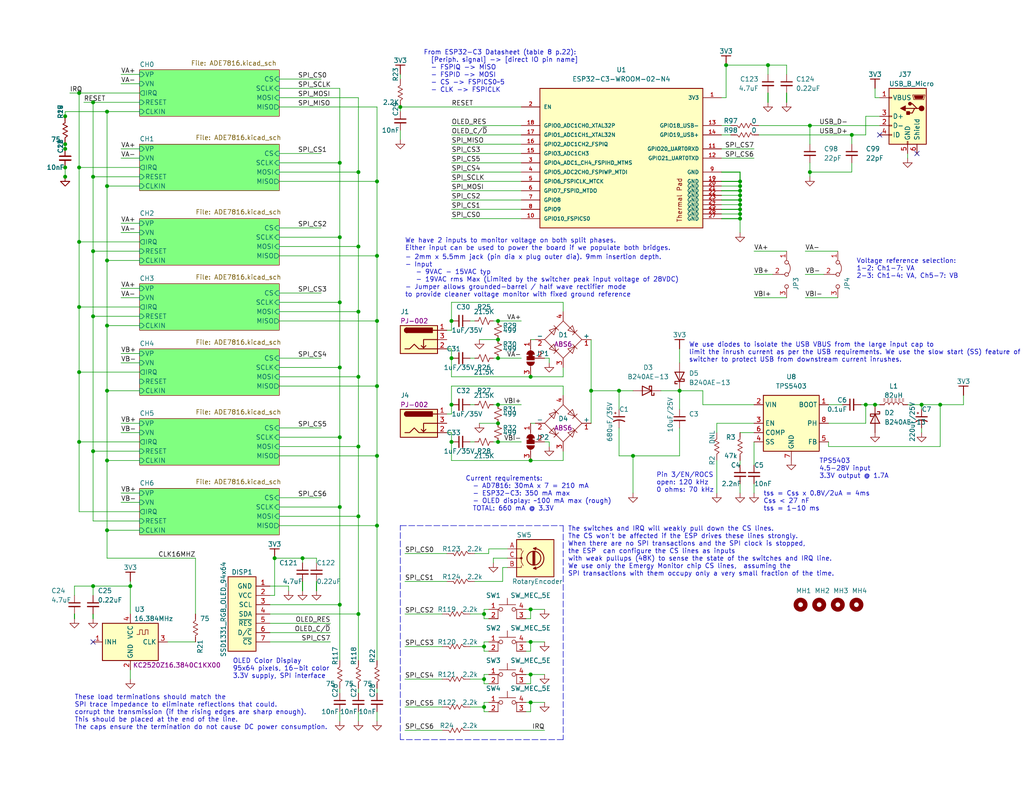
<source format=kicad_sch>
(kicad_sch (version 20211123) (generator eeschema)
  (paper "USLetter")
  (title_block (title "EMON36 - 36-channel single-board energy monitor") (rev "1.0") (company "JFCInc") (comment 1 "[Top] Processor, Power, Display,  Switches"))
  (junction (at 92.71 119.38))
  (junction (at 74.93 152.4))
  (junction (at 21.59 83.82))
  (junction (at 97.79 67.31))
  (junction (at 92.71 165.1))
  (junction (at 201.93 55.88))
  (junction (at 172.72 124.46))
  (junction (at 201.93 50.8))
  (junction (at 29.21 71.12))
  (junction (at 135.89 120.65))
  (junction (at 97.79 167.64))
  (junction (at 92.71 44.45))
  (junction (at 132.08 193.04))
  (junction (at 21.59 66.04))
  (junction (at 97.79 102.87))
  (junction (at 209.55 17.78))
  (junction (at 132.08 167.64))
  (junction (at 97.79 140.97))
  (junction (at 144.78 175.26))
  (junction (at 92.71 138.43))
  (junction (at 17.78 40.64))
  (junction (at 123.19 110.49))
  (junction (at 123.19 87.63))
  (junction (at 201.93 52.07))
  (junction (at 17.78 48.26))
  (junction (at 35.56 160.02))
  (junction (at 102.87 49.53))
  (junction (at 102.87 124.46))
  (junction (at 92.71 82.55))
  (junction (at 201.93 59.69))
  (junction (at 132.08 185.42))
  (junction (at 144.78 166.37))
  (junction (at 161.29 106.68))
  (junction (at 201.93 49.53))
  (junction (at 123.19 120.65))
  (junction (at 251.46 110.49))
  (junction (at 21.59 120.65))
  (junction (at 201.93 57.15))
  (junction (at 17.78 45.72))
  (junction (at 135.89 110.49))
  (junction (at 185.42 106.68))
  (junction (at 256.54 110.49))
  (junction (at 82.55 152.4))
  (junction (at 201.93 58.42))
  (junction (at 123.19 97.79))
  (junction (at 92.71 100.33))
  (junction (at 102.87 143.51))
  (junction (at 220.98 46.99))
  (junction (at 132.08 176.53))
  (junction (at 201.93 54.61))
  (junction (at 236.22 110.49))
  (junction (at 144.78 191.77))
  (junction (at 238.76 110.49))
  (junction (at 29.21 125.73))
  (junction (at 92.71 64.77))
  (junction (at 144.78 184.15))
  (junction (at 102.87 87.63))
  (junction (at 201.93 53.34))
  (junction (at 25.4 68.58))
  (junction (at 97.79 121.92))
  (junction (at 198.12 17.78))
  (junction (at 25.4 160.02))
  (junction (at 135.89 87.63))
  (junction (at 25.4 86.36))
  (junction (at 135.89 97.79))
  (junction (at 109.22 29.21))
  (junction (at 25.4 123.19))
  (junction (at 220.98 34.29))
  (junction (at 102.87 105.41))
  (junction (at 144.78 125.73))
  (junction (at 21.59 25.4))
  (junction (at 97.79 85.09))
  (junction (at 135.89 92.71))
  (junction (at 97.79 46.99))
  (junction (at 17.78 31.75))
  (junction (at 25.4 27.94))
  (junction (at 21.59 101.6))
  (junction (at 29.21 106.68))
  (junction (at 29.21 144.78))
  (junction (at 29.21 88.9))
  (junction (at 144.78 102.87))
  (junction (at 232.41 36.83))
  (junction (at 135.89 115.57))
  (junction (at 21.59 45.72))
  (junction (at 29.21 30.48))
  (junction (at 25.4 48.26))
  (junction (at 102.87 69.85))
  (junction (at 168.91 106.68))
  (junction (at 17.78 39.37))
  (junction (at 29.21 50.8))
  (no_connect (at 240.03 36.83))
  (no_connect (at 250.19 41.91))
  (no_connect (at 25.4 175.26))
  (wire (pts (xy 149.86 121.92) (xy 149.86 120.65)))
  (wire (pts (xy 196.85 49.53) (xy 201.93 49.53)) (stroke (width 0.254)))
  (wire (pts (xy 144.78 191.77) (xy 148.59 191.77)))
  (polyline (pts (xy 153.67 143.51) (xy 153.67 201.93)))
  (wire (pts (xy 76.2 69.85) (xy 102.87 69.85)))
  (wire (pts (xy 109.22 30.48) (xy 109.22 29.21)))
  (wire (pts (xy 121.92 90.17) (xy 123.19 90.17)))
  (wire (pts (xy 102.87 49.53) (xy 102.87 69.85)))
  (wire (pts (xy 92.71 165.1) (xy 92.71 180.34)))
  (wire (pts (xy 123.19 90.17) (xy 123.19 87.63)))
  (wire (pts (xy 219.71 81.28) (xy 228.6 81.28)))
  (wire (pts (xy 53.34 152.4) (xy 53.34 167.64)))
  (wire (pts (xy 207.01 36.83) (xy 232.41 36.83)))
  (wire (pts (xy 35.56 185.42) (xy 35.56 182.88)))
  (wire (pts (xy 132.08 166.37) (xy 132.08 167.64)))
  (wire (pts (xy 25.4 123.19) (xy 38.1 123.19)))
  (wire (pts (xy 92.71 194.31) (xy 92.71 196.85)))
  (wire (pts (xy 214.63 17.78) (xy 209.55 17.78)))
  (wire (pts (xy 138.43 154.94) (xy 137.16 154.94)))
  (wire (pts (xy 97.79 140.97) (xy 76.2 140.97)))
  (wire (pts (xy 78.74 160.02) (xy 78.74 161.29)))
  (wire (pts (xy 143.51 166.37) (xy 144.78 166.37)))
  (wire (pts (xy 92.71 187.96) (xy 92.71 189.23)))
  (wire (pts (xy 134.62 152.4) (xy 134.62 153.67)))
  (wire (pts (xy 149.86 120.65) (xy 148.59 120.65)))
  (wire (pts (xy 144.78 115.57) (xy 146.05 115.57)))
  (wire (pts (xy 92.71 119.38) (xy 76.2 119.38)))
  (wire (pts (xy 144.78 125.73) (xy 153.67 125.73)))
  (wire (pts (xy 76.2 105.41) (xy 102.87 105.41)))
  (polyline (pts (xy 109.22 143.51) (xy 109.22 143.51)))
  (wire (pts (xy 90.17 170.18) (xy 73.66 170.18)))
  (wire (pts (xy 21.59 45.72) (xy 21.59 66.04)))
  (wire (pts (xy 87.63 21.59) (xy 76.2 21.59)))
  (wire (pts (xy 97.79 26.67) (xy 76.2 26.67)))
  (wire (pts (xy 149.86 99.06) (xy 149.86 97.79)))
  (wire (pts (xy 38.1 134.62) (xy 33.02 134.62)))
  (wire (pts (xy 87.63 41.91) (xy 76.2 41.91)))
  (wire (pts (xy 132.08 175.26) (xy 132.08 176.53)))
  (wire (pts (xy 20.32 160.02) (xy 25.4 160.02)))
  (wire (pts (xy 121.92 113.03) (xy 123.19 113.03)))
  (wire (pts (xy 82.55 152.4) (xy 82.55 153.67)))
  (wire (pts (xy 110.49 199.39) (xy 120.65 199.39)))
  (wire (pts (xy 29.21 30.48) (xy 38.1 30.48)))
  (wire (pts (xy 97.79 46.99) (xy 76.2 46.99)))
  (wire (pts (xy 25.4 123.19) (xy 25.4 142.24)))
  (wire (pts (xy 143.51 194.31) (xy 144.78 194.31)))
  (wire (pts (xy 132.08 193.04) (xy 132.08 194.31)))
  (wire (pts (xy 92.71 100.33) (xy 76.2 100.33)))
  (wire (pts (xy 236.22 31.75) (xy 240.03 31.75)))
  (wire (pts (xy 38.1 20.32) (xy 33.02 20.32)))
  (wire (pts (xy 172.72 124.46) (xy 172.72 134.62)))
  (wire (pts (xy 82.55 152.4) (xy 86.36 152.4)))
  (wire (pts (xy 92.71 82.55) (xy 92.71 100.33)))
  (wire (pts (xy 29.21 125.73) (xy 29.21 144.78)))
  (wire (pts (xy 135.89 97.79) (xy 142.24 97.79)))
  (wire (pts (xy 132.08 168.91) (xy 133.35 168.91)))
  (wire (pts (xy 25.4 68.58) (xy 25.4 86.36)))
  (wire (pts (xy 109.22 29.21) (xy 142.24 29.21)))
  (wire (pts (xy 232.41 36.83) (xy 232.41 39.37)))
  (wire (pts (xy 198.12 26.67) (xy 196.85 26.67)))
  (wire (pts (xy 92.71 24.13) (xy 92.71 44.45)))
  (wire (pts (xy 92.71 44.45) (xy 92.71 64.77)))
  (wire (pts (xy 220.98 34.29) (xy 240.03 34.29)))
  (wire (pts (xy 25.4 168.91) (xy 25.4 167.64)) (stroke (width 0.254)))
  (wire (pts (xy 17.78 30.48) (xy 29.21 30.48)))
  (wire (pts (xy 123.19 118.11) (xy 123.19 120.65)))
  (wire (pts (xy 76.2 124.46) (xy 102.87 124.46)))
  (wire (pts (xy 102.87 143.51) (xy 102.87 180.34)))
  (wire (pts (xy 25.4 142.24) (xy 38.1 142.24)))
  (wire (pts (xy 21.59 83.82) (xy 21.59 101.6)))
  (wire (pts (xy 29.21 50.8) (xy 38.1 50.8)))
  (wire (pts (xy 87.63 135.89) (xy 76.2 135.89)))
  (wire (pts (xy 128.27 199.39) (xy 148.59 199.39)))
  (wire (pts (xy 143.51 191.77) (xy 144.78 191.77)))
  (wire (pts (xy 92.71 24.13) (xy 76.2 24.13)))
  (wire (pts (xy 153.67 82.55) (xy 153.67 85.09)))
  (wire (pts (xy 97.79 46.99) (xy 97.79 67.31)))
  (wire (pts (xy 128.27 97.79) (xy 129.54 97.79)))
  (wire (pts (xy 38.1 22.86) (xy 33.02 22.86)))
  (wire (pts (xy 256.54 110.49) (xy 256.54 121.92)))
  (wire (pts (xy 201.93 63.5) (xy 201.93 59.69)))
  (wire (pts (xy 92.71 119.38) (xy 92.71 138.43)))
  (wire (pts (xy 135.89 87.63) (xy 142.24 87.63)))
  (wire (pts (xy 21.59 66.04) (xy 21.59 83.82)))
  (wire (pts (xy 21.59 83.82) (xy 38.1 83.82)))
  (wire (pts (xy 38.1 43.18) (xy 33.02 43.18)))
  (wire (pts (xy 92.71 64.77) (xy 92.71 82.55)))
  (wire (pts (xy 29.21 50.8) (xy 29.21 71.12)))
  (wire (pts (xy 20.32 168.91) (xy 20.32 167.64)) (stroke (width 0.254)))
  (wire (pts (xy 87.63 116.84) (xy 76.2 116.84)))
  (wire (pts (xy 123.19 97.79) (xy 123.19 102.87)))
  (wire (pts (xy 214.63 17.78) (xy 214.63 20.32)))
  (wire (pts (xy 20.32 160.02) (xy 20.32 162.56)))
  (wire (pts (xy 236.22 110.49) (xy 238.76 110.49)))
  (wire (pts (xy 25.4 160.02) (xy 35.56 160.02)))
  (wire (pts (xy 123.19 57.15) (xy 142.24 57.15)))
  (wire (pts (xy 185.42 95.25) (xy 185.42 99.06)))
  (wire (pts (xy 123.19 120.65) (xy 123.19 125.73)))
  (wire (pts (xy 97.79 102.87) (xy 97.79 121.92)))
  (wire (pts (xy 168.91 106.68) (xy 172.72 106.68)))
  (wire (pts (xy 220.98 34.29) (xy 220.98 39.37)))
  (wire (pts (xy 143.51 184.15) (xy 144.78 184.15)))
  (wire (pts (xy 144.78 102.87) (xy 153.67 102.87)))
  (wire (pts (xy 21.59 66.04) (xy 38.1 66.04)))
  (wire (pts (xy 38.1 99.06) (xy 33.02 99.06)))
  (wire (pts (xy 251.46 110.49) (xy 251.46 111.76)))
  (wire (pts (xy 97.79 194.31) (xy 97.79 196.85)))
  (wire (pts (xy 143.51 177.8) (xy 144.78 177.8)))
  (wire (pts (xy 86.36 161.29) (xy 86.36 158.75)) (stroke (width 0.254)))
  (wire (pts (xy 207.01 34.29) (xy 220.98 34.29)))
  (wire (pts (xy 144.78 166.37) (xy 144.78 168.91)))
  (wire (pts (xy 144.78 191.77) (xy 144.78 194.31)))
  (wire (pts (xy 247.65 41.91) (xy 247.65 43.18)))
  (wire (pts (xy 132.08 177.8) (xy 133.35 177.8)))
  (wire (pts (xy 134.62 97.79) (xy 135.89 97.79)))
  (wire (pts (xy 21.59 101.6) (xy 21.59 120.65)))
  (wire (pts (xy 209.55 27.94) (xy 209.55 25.4)) (stroke (width 0.254)))
  (wire (pts (xy 226.06 121.92) (xy 226.06 120.65)))
  (wire (pts (xy 138.43 152.4) (xy 134.62 152.4)))
  (wire (pts (xy 220.98 46.99) (xy 220.98 48.26)))
  (wire (pts (xy 144.78 184.15) (xy 148.59 184.15)))
  (wire (pts (xy 128.27 185.42) (xy 132.08 185.42)))
  (wire (pts (xy 196.85 50.8) (xy 201.93 50.8)))
  (wire (pts (xy 123.19 41.91) (xy 142.24 41.91)))
  (wire (pts (xy 201.93 52.07) (xy 201.93 53.34)) (stroke (width 0.254)))
  (wire (pts (xy 121.92 95.25) (xy 123.19 95.25)))
  (wire (pts (xy 29.21 106.68) (xy 29.21 125.73)))
  (wire (pts (xy 123.19 34.29) (xy 142.24 34.29)))
  (wire (pts (xy 17.78 40.64) (xy 17.78 39.37)))
  (wire (pts (xy 205.74 74.93) (xy 210.82 74.93)))
  (wire (pts (xy 205.74 110.49) (xy 191.77 110.49)))
  (wire (pts (xy 97.79 121.92) (xy 97.79 140.97)))
  (wire (pts (xy 214.63 27.94) (xy 214.63 25.4)) (stroke (width 0.254)))
  (wire (pts (xy 74.93 152.4) (xy 74.93 162.56)))
  (wire (pts (xy 196.85 55.88) (xy 201.93 55.88)))
  (wire (pts (xy 110.49 151.13) (xy 121.92 151.13)))
  (wire (pts (xy 132.08 184.15) (xy 132.08 185.42)))
  (wire (pts (xy 161.29 106.68) (xy 168.91 106.68)))
  (wire (pts (xy 236.22 36.83) (xy 236.22 31.75)))
  (wire (pts (xy 196.85 57.15) (xy 201.93 57.15)) (stroke (width 0.254)))
  (wire (pts (xy 128.27 110.49) (xy 129.54 110.49)))
  (wire (pts (xy 220.98 46.99) (xy 232.41 46.99)))
  (wire (pts (xy 29.21 71.12) (xy 29.21 88.9)))
  (wire (pts (xy 25.4 68.58) (xy 38.1 68.58)))
  (wire (pts (xy 29.21 71.12) (xy 38.1 71.12)))
  (wire (pts (xy 21.59 120.65) (xy 38.1 120.65)))
  (wire (pts (xy 97.79 67.31) (xy 97.79 85.09)))
  (wire (pts (xy 198.12 17.78) (xy 198.12 26.67)))
  (wire (pts (xy 87.63 97.79) (xy 76.2 97.79)))
  (wire (pts (xy 25.4 86.36) (xy 38.1 86.36)))
  (wire (pts (xy 123.19 102.87) (xy 144.78 102.87)))
  (wire (pts (xy 168.91 106.68) (xy 168.91 111.76)))
  (wire (pts (xy 29.21 88.9) (xy 29.21 106.68)))
  (wire (pts (xy 82.55 161.29) (xy 82.55 158.75)) (stroke (width 0.254)))
  (wire (pts (xy 92.71 138.43) (xy 92.71 165.1)))
  (wire (pts (xy 196.85 52.07) (xy 201.93 52.07)) (stroke (width 0.254)))
  (wire (pts (xy 97.79 85.09) (xy 76.2 85.09)))
  (wire (pts (xy 205.74 68.58) (xy 214.63 68.58)))
  (wire (pts (xy 201.93 55.88) (xy 201.93 57.15)) (stroke (width 0.254)))
  (wire (pts (xy 161.29 115.57) (xy 161.29 106.68)))
  (wire (pts (xy 132.08 194.31) (xy 133.35 194.31)))
  (wire (pts (xy 123.19 82.55) (xy 153.67 82.55)))
  (wire (pts (xy 123.19 110.49) (xy 123.19 105.41)))
  (wire (pts (xy 130.81 92.71) (xy 135.89 92.71)))
  (wire (pts (xy 201.93 118.11) (xy 205.74 118.11)))
  (wire (pts (xy 123.19 46.99) (xy 142.24 46.99)))
  (wire (pts (xy 25.4 27.94) (xy 25.4 48.26)))
  (wire (pts (xy 86.36 152.4) (xy 86.36 153.67)))
  (wire (pts (xy 195.58 118.11) (xy 195.58 115.57)))
  (wire (pts (xy 19.05 25.4) (xy 21.59 25.4)))
  (wire (pts (xy 38.1 118.11) (xy 33.02 118.11)))
  (wire (pts (xy 134.62 110.49) (xy 135.89 110.49)))
  (wire (pts (xy 130.81 115.57) (xy 135.89 115.57)))
  (wire (pts (xy 29.21 144.78) (xy 29.21 152.4)))
  (wire (pts (xy 201.93 125.73) (xy 201.93 127)))
  (wire (pts (xy 73.66 162.56) (xy 74.93 162.56)))
  (wire (pts (xy 21.59 25.4) (xy 21.59 45.72)))
  (wire (pts (xy 196.85 34.29) (xy 199.39 34.29)))
  (wire (pts (xy 236.22 115.57) (xy 226.06 115.57)))
  (wire (pts (xy 134.62 87.63) (xy 135.89 87.63)))
  (wire (pts (xy 191.77 106.68) (xy 191.77 110.49)))
  (wire (pts (xy 21.59 120.65) (xy 21.59 139.7)))
  (wire (pts (xy 209.55 17.78) (xy 209.55 20.32)))
  (wire (pts (xy 128.27 167.64) (xy 132.08 167.64)))
  (wire (pts (xy 129.54 151.13) (xy 133.35 151.13)))
  (wire (pts (xy 133.35 175.26) (xy 132.08 175.26)))
  (wire (pts (xy 123.19 52.07) (xy 142.24 52.07)))
  (wire (pts (xy 76.2 87.63) (xy 102.87 87.63)))
  (wire (pts (xy 172.72 124.46) (xy 185.42 124.46)))
  (wire (pts (xy 76.2 29.21) (xy 102.87 29.21)))
  (wire (pts (xy 153.67 105.41) (xy 153.67 107.95)))
  (wire (pts (xy 219.71 74.93) (xy 224.79 74.93)))
  (wire (pts (xy 180.34 106.68) (xy 185.42 106.68)))
  (wire (pts (xy 196.85 58.42) (xy 201.93 58.42)))
  (wire (pts (xy 219.71 68.58) (xy 228.6 68.58)))
  (wire (pts (xy 256.54 110.49) (xy 262.89 110.49)))
  (wire (pts (xy 73.66 160.02) (xy 78.74 160.02)))
  (wire (pts (xy 251.46 110.49) (xy 256.54 110.49)))
  (wire (pts (xy 110.49 193.04) (xy 120.65 193.04)))
  (wire (pts (xy 29.21 125.73) (xy 38.1 125.73)))
  (wire (pts (xy 144.78 175.26) (xy 144.78 177.8)))
  (wire (pts (xy 135.89 120.65) (xy 142.24 120.65)))
  (wire (pts (xy 144.78 166.37) (xy 148.59 166.37)))
  (wire (pts (xy 201.93 49.53) (xy 201.93 50.8)) (stroke (width 0.254)))
  (wire (pts (xy 38.1 78.74) (xy 33.02 78.74)))
  (wire (pts (xy 92.71 64.77) (xy 76.2 64.77)))
  (wire (pts (xy 123.19 87.63) (xy 123.19 82.55)))
  (wire (pts (xy 35.56 158.75) (xy 35.56 160.02)))
  (wire (pts (xy 38.1 81.28) (xy 33.02 81.28)))
  (wire (pts (xy 97.79 85.09) (xy 97.79 102.87)))
  (wire (pts (xy 22.86 27.94) (xy 25.4 27.94)))
  (wire (pts (xy 168.91 116.84) (xy 168.91 124.46)))
  (wire (pts (xy 74.93 152.4) (xy 82.55 152.4)))
  (wire (pts (xy 201.93 46.99) (xy 201.93 49.53)) (stroke (width 0.254)))
  (wire (pts (xy 38.1 96.52) (xy 33.02 96.52)))
  (wire (pts (xy 90.17 175.26) (xy 73.66 175.26)))
  (wire (pts (xy 45.72 175.26) (xy 53.34 175.26)))
  (wire (pts (xy 123.19 36.83) (xy 142.24 36.83)))
  (wire (pts (xy 238.76 26.67) (xy 238.76 24.13)))
  (wire (pts (xy 168.91 124.46) (xy 172.72 124.46)))
  (wire (pts (xy 201.93 132.08) (xy 201.93 134.62)))
  (wire (pts (xy 73.66 167.64) (xy 97.79 167.64)))
  (wire (pts (xy 135.89 110.49) (xy 142.24 110.49)))
  (wire (pts (xy 110.49 176.53) (xy 120.65 176.53)))
  (wire (pts (xy 133.35 166.37) (xy 132.08 166.37)))
  (wire (pts (xy 102.87 29.21) (xy 102.87 49.53)))
  (wire (pts (xy 123.19 59.69) (xy 142.24 59.69)))
  (wire (pts (xy 123.19 39.37) (xy 142.24 39.37)))
  (wire (pts (xy 143.51 186.69) (xy 144.78 186.69)))
  (wire (pts (xy 123.19 44.45) (xy 142.24 44.45)))
  (wire (pts (xy 137.16 154.94) (xy 137.16 158.75)))
  (wire (pts (xy 234.95 110.49) (xy 236.22 110.49)))
  (wire (pts (xy 205.74 43.18) (xy 196.85 43.18)))
  (wire (pts (xy 205.74 40.64) (xy 196.85 40.64)))
  (wire (pts (xy 128.27 193.04) (xy 132.08 193.04)))
  (wire (pts (xy 29.21 30.48) (xy 29.21 50.8)))
  (wire (pts (xy 76.2 143.51) (xy 102.87 143.51)))
  (wire (pts (xy 205.74 120.65) (xy 205.74 127)))
  (wire (pts (xy 220.98 44.45) (xy 220.98 46.99)))
  (wire (pts (xy 133.35 191.77) (xy 132.08 191.77)))
  (wire (pts (xy 240.03 26.67) (xy 238.76 26.67)))
  (wire (pts (xy 25.4 48.26) (xy 25.4 68.58)))
  (wire (pts (xy 123.19 49.53) (xy 142.24 49.53)))
  (wire (pts (xy 205.74 81.28) (xy 214.63 81.28)))
  (wire (pts (xy 143.51 175.26) (xy 144.78 175.26)))
  (wire (pts (xy 123.19 105.41) (xy 153.67 105.41)))
  (wire (pts (xy 201.93 58.42) (xy 201.93 59.69)) (stroke (width 0.254)))
  (wire (pts (xy 97.79 167.64) (xy 97.79 180.34)))
  (wire (pts (xy 21.59 101.6) (xy 38.1 101.6)))
  (wire (pts (xy 38.1 115.57) (xy 33.02 115.57)))
  (wire (pts (xy 201.93 54.61) (xy 201.93 55.88)) (stroke (width 0.254)))
  (wire (pts (xy 97.79 140.97) (xy 97.79 167.64)))
  (wire (pts (xy 21.59 139.7) (xy 38.1 139.7)))
  (wire (pts (xy 185.42 106.68) (xy 185.42 111.76)))
  (wire (pts (xy 92.71 44.45) (xy 76.2 44.45)))
  (wire (pts (xy 144.78 184.15) (xy 144.78 186.69)))
  (wire (pts (xy 232.41 36.83) (xy 236.22 36.83)))
  (wire (pts (xy 153.67 100.33) (xy 153.67 102.87)))
  (wire (pts (xy 161.29 92.71) (xy 161.29 106.68)))
  (wire (pts (xy 185.42 106.68) (xy 191.77 106.68)))
  (wire (pts (xy 238.76 110.49) (xy 240.03 110.49)))
  (wire (pts (xy 38.1 137.16) (xy 33.02 137.16)))
  (wire (pts (xy 201.93 57.15) (xy 201.93 58.42)) (stroke (width 0.254)))
  (polyline (pts (xy 153.67 201.93) (xy 109.22 201.93)))
  (wire (pts (xy 133.35 149.86) (xy 133.35 151.13)))
  (wire (pts (xy 198.12 17.78) (xy 209.55 17.78)))
  (wire (pts (xy 123.19 95.25) (xy 123.19 97.79)))
  (wire (pts (xy 143.51 168.91) (xy 144.78 168.91)))
  (wire (pts (xy 129.54 158.75) (xy 137.16 158.75)))
  (wire (pts (xy 144.78 92.71) (xy 146.05 92.71)))
  (wire (pts (xy 29.21 106.68) (xy 38.1 106.68)))
  (wire (pts (xy 29.21 88.9) (xy 38.1 88.9)))
  (wire (pts (xy 102.87 105.41) (xy 102.87 124.46)))
  (wire (pts (xy 134.62 120.65) (xy 135.89 120.65)))
  (wire (pts (xy 97.79 121.92) (xy 76.2 121.92)))
  (wire (pts (xy 92.71 82.55) (xy 76.2 82.55)))
  (wire (pts (xy 97.79 102.87) (xy 76.2 102.87)))
  (wire (pts (xy 87.63 62.23) (xy 76.2 62.23)))
  (wire (pts (xy 38.1 40.64) (xy 33.02 40.64)))
  (wire (pts (xy 110.49 158.75) (xy 121.92 158.75)))
  (wire (pts (xy 102.87 124.46) (xy 102.87 143.51)))
  (wire (pts (xy 109.22 35.56) (xy 109.22 38.1)))
  (wire (pts (xy 25.4 48.26) (xy 38.1 48.26)))
  (wire (pts (xy 133.35 184.15) (xy 132.08 184.15)))
  (wire (pts (xy 196.85 36.83) (xy 199.39 36.83)))
  (wire (pts (xy 92.71 100.33) (xy 92.71 119.38)))
  (wire (pts (xy 256.54 121.92) (xy 226.06 121.92)))
  (wire (pts (xy 35.56 160.02) (xy 35.56 167.64)))
  (wire (pts (xy 25.4 160.02) (xy 25.4 162.56)))
  (wire (pts (xy 132.08 167.64) (xy 132.08 168.91)))
  (wire (pts (xy 109.22 21.59) (xy 109.22 20.32)))
  (wire (pts (xy 262.89 107.95) (xy 262.89 110.49)))
  (wire (pts (xy 185.42 116.84) (xy 185.42 124.46)))
  (wire (pts (xy 153.67 123.19) (xy 153.67 125.73)))
  (wire (pts (xy 110.49 185.42) (xy 120.65 185.42)))
  (wire (pts (xy 21.59 25.4) (xy 38.1 25.4)))
  (wire (pts (xy 102.87 194.31) (xy 102.87 196.85)))
  (wire (pts (xy 38.1 60.96) (xy 33.02 60.96)))
  (wire (pts (xy 128.27 176.53) (xy 132.08 176.53)))
  (wire (pts (xy 123.19 113.03) (xy 123.19 110.49)))
  (wire (pts (xy 201.93 50.8) (xy 201.93 52.07)) (stroke (width 0.254)))
  (wire (pts (xy 251.46 116.84) (xy 251.46 118.11)))
  (wire (pts (xy 21.59 45.72) (xy 38.1 45.72)))
  (wire (pts (xy 226.06 110.49) (xy 229.87 110.49)))
  (wire (pts (xy 110.49 167.64) (xy 120.65 167.64)))
  (polyline (pts (xy 109.22 201.93) (xy 109.22 143.51)))
  (wire (pts (xy 25.4 86.36) (xy 25.4 123.19)))
  (wire (pts (xy 123.19 125.73) (xy 144.78 125.73)))
  (wire (pts (xy 196.85 59.69) (xy 201.93 59.69)) (stroke (width 0.254)))
  (wire (pts (xy 196.85 54.61) (xy 201.93 54.61)) (stroke (width 0.254)))
  (wire (pts (xy 128.27 87.63) (xy 129.54 87.63)))
  (wire (pts (xy 90.17 172.72) (xy 73.66 172.72)))
  (wire (pts (xy 196.85 53.34) (xy 201.93 53.34)))
  (wire (pts (xy 132.08 191.77) (xy 132.08 193.04)))
  (wire (pts (xy 232.41 44.45) (xy 232.41 46.99)))
  (wire (pts (xy 121.92 118.11) (xy 123.19 118.11)))
  (wire (pts (xy 38.1 63.5) (xy 33.02 63.5)))
  (wire (pts (xy 247.65 110.49) (xy 251.46 110.49)))
  (wire (pts (xy 123.19 54.61) (xy 142.24 54.61)))
  (wire (pts (xy 128.27 120.65) (xy 129.54 120.65)))
  (wire (pts (xy 29.21 144.78) (xy 38.1 144.78)))
  (wire (pts (xy 195.58 115.57) (xy 205.74 115.57)))
  (wire (pts (xy 97.79 67.31) (xy 76.2 67.31)))
  (wire (pts (xy 196.85 46.99) (xy 201.93 46.99)) (stroke (width 0.254)))
  (wire (pts (xy 138.43 149.86) (xy 133.35 149.86)))
  (wire (pts (xy 144.78 175.26) (xy 148.59 175.26)))
  (wire (pts (xy 76.2 49.53) (xy 102.87 49.53)))
  (wire (pts (xy 97.79 189.23) (xy 97.79 187.96)))
  (wire (pts (xy 17.78 31.75) (xy 17.78 30.48)))
  (wire (pts (xy 73.66 165.1) (xy 92.71 165.1)))
  (wire (pts (xy 102.87 189.23) (xy 102.87 187.96)))
  (wire (pts (xy 29.21 152.4) (xy 53.34 152.4)))
  (wire (pts (xy 236.22 110.49) (xy 236.22 115.57)))
  (wire (pts (xy 25.4 27.94) (xy 38.1 27.94)))
  (wire (pts (xy 195.58 134.62) (xy 195.58 125.73)))
  (wire (pts (xy 102.87 87.63) (xy 102.87 105.41)))
  (polyline (pts (xy 109.22 143.51) (xy 153.67 143.51)))
  (wire (pts (xy 132.08 176.53) (xy 132.08 177.8)))
  (wire (pts (xy 132.08 185.42) (xy 132.08 186.69)))
  (wire (pts (xy 205.74 134.62) (xy 205.74 132.08)))
  (wire (pts (xy 149.86 97.79) (xy 148.59 97.79)))
  (wire (pts (xy 201.93 53.34) (xy 201.93 54.61)) (stroke (width 0.254)))
  (wire (pts (xy 92.71 138.43) (xy 76.2 138.43)))
  (wire (pts (xy 97.79 26.67) (xy 97.79 46.99)))
  (wire (pts (xy 102.87 69.85) (xy 102.87 87.63)))
  (wire (pts (xy 17.78 45.72) (xy 17.78 48.26)))
  (wire (pts (xy 132.08 186.69) (xy 133.35 186.69)))
  (wire (pts (xy 87.63 80.01) (xy 76.2 80.01)))
  (text "The switches and IRQ will weakly pull down the CS lines. \nThe CS won't be affected if the ESP drives these lines strongly. \nWhen there are no SPI transactions and the SPI clock is stopped, \nthe ESP  can configure the CS lines as inputs \nwith weak pullups (48K) to sense the state of the switches and IRQ line.\nWe use only the Emergy Monitor chip CS lines,  assuming the\nSPI transactions with them occupy only a very small fraction of the time.  \n" (at 154.94 157.48 0) (effects (font (size 1.27 1.27)) (justify left bottom)))
  (text "Current requirements:\n  - AD7816: 30mA x 7 = 210 mA\n  - ESP32-C3: 350 mA max\n  - OLED display: ~100 mA max (rough)\n  TOTAL: 660 mA @ 3.3V" (at 127 139.7 0) (effects (font (size 1.27 1.27)) (justify left bottom)))
  (text "tss = Css x 0.8V/2uA = 4ms\nCss < 27 nF\ntss = 1-10 ms\n" (at 208.28 139.7 0) (effects (font (size 1.27 1.27)) (justify left bottom)))
  (text "We use diodes to isolate the USB VBUS from the large input cap to \nlimit the inrush current as per the USB requirements. We use the slow start (SS) feature of the \nswitcher to protect USB from downstream current inrushes." (at 187.96 99.06 0) (effects (font (size 1.27 1.27)) (justify left bottom)))
  (text "We have 2 inputs to monitor voltage on both split phases.\nEither input can be used to power the board if we populate both bridges.\n" (at 110.49 68.58 0) (effects (font (size 1.27 1.27)) (justify left bottom)))
  (text "ToDo\n\n  - Add test points. Make all signals are accessible for patching.\n  - Check values and components for switcher\n     - Smaller dode\n   - Add maybe ferrite on AD7816.\n   - Select SPI line termination values. Compute cap values." (at -69.85 162.56 0) (effects (font (size 1.27 1.27)) (justify left bottom)))
  (text "OLED Color Display\n95x64 pixels, 16-bit color\n3.3V supply, SPI interface\n" (at 63.5 185.42 0) (effects (font (size 1.27 1.27)) (justify left bottom)))
  (text "Voltage reference selection:\n1-2: Ch1-7: VA  \n2-3: Ch1-4: VA, Ch5-7: VB  " (at 233.68 76.2 0) (effects (font (size 1.27 1.27)) (justify left bottom)))
  (text "From ESP32-C3 Datasheet (table 8 p.22):\n  [Periph. signal] -> [direct IO pin name] \n  - FSPIQ -> MISO \n  - FSPID -> MOSI\n  - CS -> FSPICS0~5\n  - CLK -> FSPICLK" (at 115.57 25.4 0) (effects (font (size 1.27 1.27)) (justify left bottom)))
  (text "TPS5403\n4.5-28V input\n3.3V output @ 1.7A" (at 223.52 130.81 0) (effects (font (size 1.27 1.27)) (justify left bottom)))
  (text "- 2mm x 5.5mm jack (pin dia x plug outer dia). 9mm insertion depth.\n- Input \n   - 9VAC - 15VAC typ\n   - 19VAC rms Max (Limited by the switcher peak input voltage of 28VDC)\n- Jumper allows grounded-barrel / half wave rectifier mode \nto provide cleaner voltage monitor with fixed ground reference" (at 110.49 81.28 0) (effects (font (size 1.27 1.27)) (justify left bottom)))
  (text "These load terminations should match the \nSPI trace impedance to eliminate reflections that could. \ncorrupt the transmission (if the rising edges are sharp enough).\nThis should be placed at the end of the line.\nThe caps ensure the termination do not cause DC power consumption. " (at 20.32 199.39 0) (effects (font (size 1.27 1.27)) (justify left bottom)))
  (text "Pin 3/EN/ROCS\nopen: 120 kHz\n0 ohms: 70 kHz" (at 179.07 134.62 0) (effects (font (size 1.27 1.27)) (justify left bottom)))
  (label "VA+" (at 33.02 78.74 0))
  (label "VB-" (at 33.02 137.16 0))
  (label "VB-" (at 33.02 118.11 0))
  (label "SPI_CS4" (at 81.28 97.79 0))
  (label "SPI_CS1" (at 123.19 57.15 0))
  (label "VA-" (at 142.24 97.79 180))
  (label "SPI_CS4" (at 110.49 185.42 0))
  (label "SPI_CS7" (at 90.17 175.26 180))
  (label "VB-" (at 219.71 74.93 0))
  (label "SPI_MISO" (at 81.28 29.21 0))
  (label "VB+" (at 33.02 115.57 0))
  (label "SPI_CS5" (at 110.49 193.04 0))
  (label "VA+" (at 205.74 68.58 0))
  (label "VA+" (at 142.24 87.63 180))
  (label "RESET" (at 22.86 27.94 0))
  (label "OLED_C{slash}~{D}" (at 123.19 36.83 0))
  (label "SPI_CS2" (at 81.28 62.23 0))
  (label "CLK16MHZ" (at 53.34 152.4 180))
  (label "VBI+" (at 205.74 81.28 0))
  (label "SPI_CS5" (at 81.28 116.84 0))
  (label "VA-" (at 33.02 63.5 0))
  (label "VA+" (at 33.02 20.32 0))
  (label "SPI_CS0" (at 81.28 21.59 0))
  (label "SPI_CS6" (at 110.49 199.39 0))
  (label "SPI_CS3" (at 123.19 41.91 0))
  (label "OLED_C{slash}~{D}" (at 90.17 172.72 180))
  (label "VA+" (at 33.02 60.96 0))
  (label "SPI_CS2" (at 123.19 54.61 0))
  (label "VA+" (at 33.02 40.64 0))
  (label "VB+" (at 33.02 96.52 0))
  (label "SPI_CS6" (at 205.74 43.18 180))
  (label "SPI_MISO" (at 123.19 39.37 0))
  (label "SPI_CS0" (at 110.49 151.13 0))
  (label "VA-" (at 33.02 81.28 0))
  (label "VA-" (at 219.71 68.58 0))
  (label "SPI_CS6" (at 81.28 135.89 0))
  (label "SPI_CS2" (at 110.49 167.64 0))
  (label "VA-" (at 33.02 22.86 0))
  (label "USB_D+" (at 223.52 36.83 0))
  (label "RESET" (at 123.19 29.21 0))
  (label "SPI_CS1" (at 110.49 158.75 0))
  (label "OLED_RES" (at 123.19 34.29 0))
  (label "IRQ" (at 148.59 199.39 180))
  (label "SPI_CS5" (at 123.19 44.45 0))
  (label "VB-" (at 33.02 99.06 0))
  (label "VBI-" (at 142.24 120.65 180))
  (label "SPI_CS4" (at 123.19 46.99 0))
  (label "IRQ" (at 19.05 25.4 0))
  (label "SPI_CS7" (at 205.74 40.64 180))
  (label "SPI_SCLK" (at 81.28 24.13 0))
  (label "VB+" (at 205.74 74.93 0))
  (label "SPI_CS0" (at 123.19 59.69 0))
  (label "SPI_MOSI" (at 123.19 52.07 0))
  (label "VA-" (at 33.02 43.18 0))
  (label "VBI-" (at 219.71 81.28 0))
  (label "SPI_CS3" (at 110.49 176.53 0))
  (label "USB_D-" (at 223.52 34.29 0))
  (label "VBI+" (at 142.24 110.49 180))
  (label "OLED_RES" (at 90.17 170.18 180))
  (label "SPI_CS1" (at 81.28 41.91 0))
  (label "VB+" (at 33.02 134.62 0))
  (label "SPI_SCLK" (at 123.19 49.53 0))
  (label "SPI_CS3" (at 81.28 80.01 0))
  (label "SPI_MOSI" (at 81.28 26.67 0))
  (symbol (lib_id "emon36:R_US") (at 124.46 176.53 90) (unit 1)
    (property "Reference" "R120" (at 121.92 175.26 90))
    (property "Value" "2.2k" (at 128.27 175.26 90))
    (property "Footprint" "Resistor_SMD:R_0603_1608Metric" (effects hide))
  )
  (symbol (lib_id "emon36:R_US") (at 124.46 193.04 90) (unit 1)
    (property "Reference" "R122" (at 121.92 191.77 90))
    (property "Value" "2.2k" (at 128.27 191.77 90))
    (property "Footprint" "Resistor_SMD:R_0603_1608Metric" (effects hide))
  )
  (symbol (lib_id "Top-altium-import:3V3") (at 109.22 20.32 180) (unit 1)
    (property "Reference" "#PWR0107" (effects hide))
    (property "Value" "3V3" (at 109.22 16.51 0))
  )
  (symbol (lib_id "power:GND") (at 201.93 63.5 0) (unit 1)
    (property "Reference" "#PWR09" (effects hide))
    (property "Value" "GND" (effects hide))
  )
  (symbol (lib_id "power:GND") (at 149.86 99.06 0) (unit 1)
    (property "Reference" "#PWR0112" (effects hide))
    (property "Value" "GND" (effects hide))
  )
  (symbol (lib_id "Device:R_Small_US") (at 135.89 118.11 0) (unit 1)
    (property "Reference" "R32" (at 137.16 116.84 0) (effects (justify left)))
    (property "Value" "499" (at 137.16 118.11 0) (effects (justify left)))
    (property "Footprint" "Resistor_SMD:R_0603_1608Metric" (effects hide))
  )
  (symbol (lib_id "Device:C_Small") (at 185.42 114.3 0) (unit 1)
    (property "Reference" "C3" (at 187.96 113.0362 0) (effects (justify left)))
    (property "Value" "10uF/25V" (at 182.88 118.11 90) (effects (justify left)))
    (property "Footprint" "Capacitor_SMD:C_0603_1608Metric" (effects hide))
  )
  (symbol (lib_id "Device:R_Small_US") (at 132.08 87.63 90) (unit 1)
    (property "Reference" "R25" (at 132.08 83.82 90))
    (property "Value" "21.5K" (at 132.08 85.09 90))
    (property "Footprint" "Resistor_SMD:R_0603_1608Metric" (effects hide))
  )
  (symbol (lib_id "power:GND") (at 17.78 48.26 0) (unit 1)
    (property "Reference" "#PWR0122" (effects hide))
    (property "Value" "GND" (effects hide))
  )
  (symbol (lib_id "power:GND") (at 205.74 134.62 0) (unit 1)
    (property "Reference" "#PWR07" (effects hide))
    (property "Value" "GND" (effects hide))
  )
  (symbol (lib_id "Device:RotaryEncoder") (at 146.05 152.4 0) (unit 1)
    (property "Reference" "SW5" (at 140.97 146.05 0) (effects (justify left)))
    (property "Value" "RotaryEncoder" (at 139.7 158.75 0) (effects (justify left)))
    (property "Footprint" "Rotary_Encoder:RotaryEncoder_Alps_EC12E_Vertical_H20mm" (effects hide))
  )
  (symbol (lib_id "power:GND") (at 130.81 92.71 0) (unit 1)
    (property "Reference" "#PWR0111" (effects hide))
    (property "Value" "GND" (effects hide))
  )
  (symbol (lib_id "power:GND") (at 149.86 121.92 0) (unit 1)
    (property "Reference" "#PWR0109" (effects hide))
    (property "Value" "GND" (effects hide))
  )
  (symbol (lib_id "Diode:B240") (at 176.53 106.68 180) (unit 1)
    (property "Reference" "D3" (at 176.8475 100.33 0))
    (property "Value" "B240AE-13" (at 176.8475 102.87 0))
    (property "Footprint" "Diode_SMD:D_SOD-123F" (effects hide))
    (property "Datasheet" "http://www.jameco.com/Jameco/Products/ProdDS/1538777.pdf" (effects hide))
    (property "MFR" "Diodes Inc" (effects hide))
    (property "MPN" "B240AE-13" (effects hide))
  )
  (symbol (lib_id "Device:R_Small_US") (at 135.89 90.17 0) (unit 1)
    (property "Reference" "R29" (at 137.16 88.9 0) (effects (justify left)))
    (property "Value" "499" (at 137.16 90.17 0) (effects (justify left)))
    (property "Footprint" "Resistor_SMD:R_0603_1608Metric" (effects hide))
  )
  (symbol (lib_id "Device:C_Small") (at 86.36 156.21 0) (unit 1)
    (property "Reference" "C122" (at 86.36 153.67 0) (effects (justify left)))
    (property "Value" "0.22uF" (at 86.36 158.75 0) (effects (justify left)))
    (property "Footprint" "Capacitor_SMD:C_0603_1608Metric" (effects hide))
  )
  (symbol (lib_id "Device:C_Small") (at 17.78 43.18 0) (unit 1)
    (property "Reference" "C18" (at 16.51 41.91 90) (effects (justify left)))
    (property "Value" "10nF" (at 12.7 45.72 0) (effects (justify left)))
    (property "Footprint" "Capacitor_SMD:C_0603_1608Metric" (effects hide))
  )
  (symbol (lib_id "Jumper:SolderJumper_3_Bridged12") (at 144.78 97.79 90) (mirror x) (unit 1)
    (property "Reference" "JP1" (at 149.86 96.52 90) (effects (justify left)))
    (property "Value" "SolderJumper_3_Bridged12" (effects hide))
    (property "Footprint" "Jumper:SolderJumper-3_P1.3mm_Bridged12_RoundedPad1.0x1.5mm" (effects hide))
  )
  (symbol (lib_id "power:GND") (at 109.22 38.1 0) (unit 1)
    (property "Reference" "#PWR0120" (effects hide))
    (property "Value" "GND" (effects hide))
  )
  (symbol (lib_id "power:GND") (at 25.4 168.91 0) (unit 1)
    (property "Reference" "#PWR0115" (effects hide))
    (property "Value" "GND" (effects hide))
  )
  (symbol (lib_id "emon36:R_US") (at 125.73 158.75 90) (unit 1)
    (property "Reference" "R124" (at 123.19 157.48 90))
    (property "Value" "2.2k" (at 129.54 157.48 90))
    (property "Footprint" "Resistor_SMD:R_0603_1608Metric" (effects hide))
  )
  (symbol (lib_id "Mechanical:MountingHole") (at 228.6 165.1 0) (unit 1)
    (property "Reference" "MH3" (at 227.33 161.29 0) (effects (justify left)))
    (property "Value" "MountingHole" (effects hide))
    (property "Footprint" "MountingHole:MountingHole_2.7mm_M2.5" (effects hide))
  )
  (symbol (lib_id "Device:C_Polarized_Small_US") (at 168.91 114.3 0) (unit 1)
    (property "Reference" "C1" (at 168.91 111.76 0) (effects (justify left)))
    (property "Value" "680uF/35V" (at 166.37 120.65 90) (effects (justify left)))
    (property "Footprint" "Capacitor_Tantalum_SMD:CP_EIA-1608-08_AVX-J" (effects hide))
  )
  (symbol (lib_id "emon36:SSD1331_RGB_OLED_94x64") (at 66.04 166.37 0) (unit 1)
    (property "Reference" "DISP1" (at 66.04 156.21 0))
    (property "Value" "SSD1331_RGB_OLED_94x64" (at 60.96 166.37 90))
    (property "Footprint" "emon36:SSD1331_RGB_OLED_96x64" (effects hide))
  )
  (symbol (lib_id "Jumper:SolderJumper_3_Bridged12") (at 144.78 120.65 90) (mirror x) (unit 1)
    (property "Reference" "JP2" (at 149.86 119.38 90) (effects (justify left)))
    (property "Value" "SolderJumper_3_Bridged12" (effects hide))
    (property "Footprint" "Jumper:SolderJumper-3_P1.3mm_Bridged12_RoundedPad1.0x1.5mm" (effects hide))
  )
  (symbol (lib_id "Top-altium-import:3V3") (at 74.93 152.4 180) (unit 1)
    (property "Reference" "#PWR02" (effects hide))
    (property "Value" "3V3" (at 74.93 148.59 0))
  )
  (symbol (lib_id "Top-altium-import:3V3") (at 262.89 107.95 180) (unit 1)
    (property "Reference" "#PWR014" (effects hide))
    (property "Value" "3V3" (at 262.89 104.14 0))
  )
  (symbol (lib_id "power:GND") (at 247.65 43.18 0) (unit 1)
    (property "Reference" "#PWR013" (effects hide))
    (property "Value" "GND" (effects hide))
  )
  (symbol (lib_id "Device:C_Polarized_Small_US") (at 251.46 114.3 0) (unit 1)
    (property "Reference" "C7" (at 251.46 111.76 0) (effects (justify left)))
    (property "Value" "220uF/25V" (at 248.92 120.65 90) (effects (justify left)))
    (property "Footprint" "Capacitor_Tantalum_SMD:CP_EIA-1608-08_AVX-J" (effects hide))
  )
  (symbol (lib_id "power:GND") (at 17.78 48.26 0) (unit 1)
    (property "Reference" "#PWR0121" (effects hide))
    (property "Value" "GND" (effects hide))
  )
  (symbol (lib_id "Top-altium-import:3V3") (at 185.42 95.25 180) (unit 1)
    (property "Reference" "#PWR0104" (effects hide))
    (property "Value" "VBUS" (at 185.42 91.44 0))
  )
  (symbol (lib_id "Device:C_Small") (at 97.79 191.77 0) (unit 1)
    (property "Reference" "C27" (at 96.52 190.5 90) (effects (justify left)))
    (property "Value" "10nF" (at 92.71 194.31 0) (effects (justify left)))
    (property "Footprint" "Capacitor_SMD:C_0603_1608Metric" (effects hide))
  )
  (symbol (lib_id "Mechanical:MountingHole") (at 218.44 165.1 0) (unit 1)
    (property "Reference" "MH1" (at 217.17 161.29 0) (effects (justify left)))
    (property "Value" "MountingHole" (effects hide))
    (property "Footprint" "MountingHole:MountingHole_2.7mm_M2.5" (effects hide))
  )
  (symbol (lib_id "power:GND") (at 97.79 196.85 0) (unit 1)
    (property "Reference" "#PWR0160" (effects hide))
    (property "Value" "GND" (effects hide))
  )
  (symbol (lib_id "Diode_Bridge:ABS6") (at 153.67 115.57 0) (unit 1)
    (property "Reference" "D4" (at 153.67 114.3 0))
    (property "Value" "ABS6" (effects hide))
    (property "Footprint" "Diode_SMD:Diode_Bridge_Diotec_ABS" (effects hide))
    (property "Datasheet" "https://diotec.com/tl_files/diotec/files/pdf/datasheets/abs2.pdf" (effects hide))
    (property "MPN" "ABS6" (at 153.67 116.84 0))
    (property "MFR" "Diotec" (effects hide))
  )
  (symbol (lib_id "power:GND") (at 148.59 191.77 0) (unit 1)
    (property "Reference" "#PWR0168" (effects hide))
    (property "Value" "GND" (effects hide))
  )
  (symbol (lib_id "Switch:SW_MEC_5E") (at 138.43 194.31 0) (unit 1)
    (property "Reference" "SW4" (at 134.62 187.96 0))
    (property "Value" "SW_MEC_5E" (at 144.78 187.96 0))
    (property "Footprint" "Button_Switch_SMD:SW_Push_1P1T_NO_6x6mm_H13mm" (effects hide))
    (property "Datasheet" "http://www.apem.com/int/index.php?controller=attachment&id_attachment=1371" (effects hide))
  )
  (symbol (lib_id "Device:C_Small") (at 232.41 41.91 0) (unit 1)
    (property "Reference" "C99" (at 236.22 40.6399 0) (effects (justify left)))
    (property "Value" "22pF" (at 236.22 43.1799 0) (effects (justify left)))
    (property "Footprint" "Capacitor_SMD:C_0603_1608Metric" (effects hide))
  )
  (symbol (lib_id "emon36:R_US") (at 92.71 184.15 0) (unit 1)
    (property "Reference" "R117" (at 91.44 179.07 90))
    (property "Value" "75" (at 90.17 186.69 0))
    (property "Footprint" "Resistor_SMD:R_0603_1608Metric" (effects hide))
  )
  (symbol (lib_id "Jumper:Jumper_3_Bridged12") (at 214.63 74.93 270) (unit 1)
    (property "Reference" "JP3" (at 217.17 77.47 0))
    (property "Value" "Jumper_3_Bridged12" (effects hide))
    (property "Footprint" "Connector_PinHeader_2.54mm:PinHeader_1x03_P2.54mm_Vertical" (effects hide))
  )
  (symbol (lib_id "power:GND") (at 82.55 161.29 0) (unit 1)
    (property "Reference" "#PWR0214" (effects hide))
    (property "Value" "GND" (effects hide))
  )
  (symbol (lib_id "power:GND") (at 102.87 196.85 0) (unit 1)
    (property "Reference" "#PWR0113" (effects hide))
    (property "Value" "GND" (effects hide))
  )
  (symbol (lib_id "Diode_Bridge:ABS6") (at 153.67 92.71 0) (unit 1)
    (property "Reference" "D1" (at 153.67 91.44 0))
    (property "Value" "ABS6" (effects hide))
    (property "Footprint" "Diode_SMD:Diode_Bridge_Diotec_ABS" (effects hide))
    (property "Datasheet" "https://diotec.com/tl_files/diotec/files/pdf/datasheets/abs2.pdf" (effects hide))
    (property "MPN" "ABS6" (at 153.67 93.98 0))
    (property "MFR" "Diotec" (effects hide))
  )
  (symbol (lib_id "Device:C_Small") (at 109.22 33.02 0) (unit 1)
    (property "Reference" "C29" (at 107.95 31.75 90) (effects (justify left)))
    (property "Value" "10nF" (at 104.14 35.56 0) (effects (justify left)))
    (property "Footprint" "Capacitor_SMD:C_0603_1608Metric" (effects hide))
  )
  (symbol (lib_id "power:GND") (at 148.59 184.15 0) (unit 1)
    (property "Reference" "#PWR0167" (effects hide))
    (property "Value" "GND" (effects hide))
  )
  (symbol (lib_id "Connector:Barrel_Jack_Switch") (at 114.3 115.57 0) (unit 1)
    (property "Reference" "J4" (at 110.49 107.95 0))
    (property "Value" "Barrel_Jack" (effects hide))
    (property "Footprint" "Connector_BarrelJack:BarrelJack_Horizontal" (effects hide))
    (property "MPN" "PJ-002" (at 113.03 110.49 0))
    (property "Distributor" "Digikey" (effects hide))
    (property "MFR" "CUI" (effects hide))
  )
  (symbol (lib_id "Device:C_Small") (at 220.98 41.91 0) (unit 1)
    (property "Reference" "C98" (at 224.79 40.6399 0) (effects (justify left)))
    (property "Value" "22pF" (at 224.79 43.18 0) (effects (justify left)))
    (property "Footprint" "Capacitor_SMD:C_0603_1608Metric" (effects hide))
  )
  (symbol (lib_id "emon36:R_US") (at 124.46 199.39 90) (unit 1)
    (property "Reference" "R24" (at 121.92 198.12 90))
    (property "Value" "2.2k" (at 128.27 198.12 90))
    (property "Footprint" "Resistor_SMD:R_0603_1608Metric" (effects hide))
  )
  (symbol (lib_id "Device:C_Small") (at 25.4 165.1 0) (unit 1)
    (property "Reference" "C25" (at 26.67 161.29 0) (effects (justify left)))
    (property "Value" "0.22uF" (at 26.67 163.83 0) (effects (justify left)))
    (property "Footprint" "Capacitor_SMD:C_0603_1608Metric" (effects hide))
  )
  (symbol (lib_id "Device:C_Small") (at 125.73 110.49 270) (unit 1)
    (property "Reference" "C32" (at 124.46 106.68 90) (effects (justify left)))
    (property "Value" "1uF/35V" (at 123.19 113.03 90) (effects (justify left)))
    (property "Footprint" "Capacitor_SMD:C_0603_1608Metric" (effects hide))
  )
  (symbol (lib_id "Device:C_Small") (at 82.55 156.21 0) (unit 1)
    (property "Reference" "C121" (at 81.28 153.67 0) (effects (justify right)))
    (property "Value" "4.7uF" (at 82.55 158.75 0) (effects (justify right)))
    (property "Footprint" "Capacitor_SMD:C_0603_1608Metric" (effects hide))
  )
  (symbol (lib_id "Regulator_Switching:TPS54233") (at 215.9 115.57 0) (unit 1)
    (property "Reference" "U8" (at 215.9 102.87 0))
    (property "Value" "TPS5403" (at 215.9 105.41 0))
    (property "Footprint" "Package_SO:SOIC-8_3.9x4.9mm_P1.27mm" (effects hide))
    (property "Datasheet" "http://www.ti.com/lit/ds/symlink/tps54233.pdf" (effects hide))
  )
  (symbol (lib_id "emon36:R_US") (at 109.22 25.4 0) (unit 1)
    (property "Reference" "R23" (at 107.95 20.32 90))
    (property "Value" "2.2K" (at 106.68 27.94 0))
    (property "Footprint" "Resistor_SMD:R_0603_1608Metric" (effects hide))
  )
  (symbol (lib_id "power:GND") (at 78.74 161.29 0) (unit 1)
    (property "Reference" "#PWR01" (effects hide))
    (property "Value" "GND" (effects hide))
  )
  (symbol (lib_id "Device:L_Ferrite") (at 243.84 110.49 90) (unit 1)
    (property "Reference" "L1" (at 243.84 105.41 90))
    (property "Value" "82uH" (at 243.84 107.95 90))
    (property "Footprint" "Inductor_SMD:L_Bourns_SRN8040TA" (effects hide))
    (property "MPN" "SRN8040TA-820M" (effects hide))
    (property "MFR" "Bourns" (effects hide))
  )
  (symbol (lib_id "power:GND") (at 209.55 27.94 0) (unit 1)
    (property "Reference" "#PWR0212" (effects hide))
    (property "Value" "GND" (effects hide))
  )
  (symbol (lib_id "power:GND") (at 238.76 118.11 0) (unit 1)
    (property "Reference" "#PWR011" (effects hide))
    (property "Value" "GND" (effects hide))
  )
  (symbol (lib_id "Switch:SW_MEC_5E") (at 138.43 177.8 0) (unit 1)
    (property "Reference" "SW2" (at 134.62 171.45 0))
    (property "Value" "SW_MEC_5E" (at 144.78 171.45 0))
    (property "Footprint" "Button_Switch_SMD:SW_Push_1P1T_NO_6x6mm_H13mm" (effects hide))
    (property "Datasheet" "http://www.apem.com/int/index.php?controller=attachment&id_attachment=1371" (effects hide))
  )
  (symbol (lib_id "Jumper:Jumper_3_Bridged12") (at 228.6 74.93 270) (unit 1)
    (property "Reference" "JP4" (at 231.14 77.47 0))
    (property "Value" "Jumper_3_Bridged12" (effects hide))
    (property "Footprint" "Connector_PinHeader_2.54mm:PinHeader_1x03_P2.54mm_Vertical" (effects hide))
  )
  (symbol (lib_id "Mechanical:MountingHole") (at 233.68 165.1 0) (unit 1)
    (property "Reference" "MH4" (at 232.41 161.29 0) (effects (justify left)))
    (property "Value" "MountingHole" (effects hide))
    (property "Footprint" "MountingHole:MountingHole_2.7mm_M2.5" (effects hide))
  )
  (symbol (lib_id "Device:R_Small_US") (at 132.08 110.49 90) (unit 1)
    (property "Reference" "R27" (at 132.08 106.68 90))
    (property "Value" "21.5K" (at 132.08 107.95 90))
    (property "Footprint" "Resistor_SMD:R_0603_1608Metric" (effects hide))
  )
  (symbol (lib_id "Switch:SW_MEC_5E") (at 138.43 186.69 0) (unit 1)
    (property "Reference" "SW3" (at 134.62 180.34 0))
    (property "Value" "SW_MEC_5E" (at 144.78 180.34 0))
    (property "Footprint" "Button_Switch_SMD:SW_Push_1P1T_NO_6x6mm_H13mm" (effects hide))
    (property "Datasheet" "http://www.apem.com/int/index.php?controller=attachment&id_attachment=1371" (effects hide))
  )
  (symbol (lib_id "emon36:R_US") (at 201.93 121.92 0) (unit 1)
    (property "Reference" "R3" (at 199.39 119.38 0))
    (property "Value" "47k" (at 199.39 124.46 0))
    (property "Footprint" "Resistor_SMD:R_0603_1608Metric" (effects hide))
  )
  (symbol (lib_id "Device:C_Small") (at 20.32 165.1 0) (unit 1)
    (property "Reference" "C24" (at 13.97 161.29 0) (effects (justify left)))
    (property "Value" "4.7uF" (at 13.97 163.83 0) (effects (justify left)))
    (property "Footprint" "Capacitor_SMD:C_0603_1608Metric" (effects hide))
  )
  (symbol (lib_id "Diode:B240") (at 238.76 114.3 270) (unit 1)
    (property "Reference" "D2" (at 241.3 112.7124 90) (effects (justify left)))
    (property "Value" "B240AE-13" (at 241.3 115.2524 90) (effects (justify left)))
    (property "Footprint" "Diode_SMD:D_SOD-123F" (effects hide))
    (property "Datasheet" "http://www.jameco.com/Jameco/Products/ProdDS/1538777.pdf" (effects hide))
    (property "MPN" "B240AE-13" (effects hide))
    (property "MFR" "Diodes Inc" (effects hide))
  )
  (symbol (lib_id "emon36:R_US") (at 203.2 34.29 270) (unit 1)
    (property "Reference" "R97" (at 199.39 33.02 90))
    (property "Value" "0" (at 205.74 33.02 90))
    (property "Footprint" "Resistor_SMD:R_0603_1608Metric" (effects hide))
  )
  (symbol (lib_id "emon36:R_US") (at 125.73 151.13 90) (unit 1)
    (property "Reference" "R123" (at 123.19 149.86 90))
    (property "Value" "2.2k" (at 129.54 149.86 90))
    (property "Footprint" "Resistor_SMD:R_0603_1608Metric" (effects hide))
  )
  (symbol (lib_id "power:GND") (at 17.78 48.26 0) (unit 1)
    (property "Reference" "#PWR0123" (effects hide))
    (property "Value" "GND" (effects hide))
  )
  (symbol (lib_id "emon36:R_US") (at 195.58 121.92 0) (unit 1)
    (property "Reference" "R2" (at 194.31 125.73 90))
    (property "Value" "DNL" (at 194.31 119.38 90))
    (property "Footprint" "Resistor_SMD:R_0603_1608Metric" (effects hide))
  )
  (symbol (lib_id "Device:C_Small") (at 125.73 97.79 90) (unit 1)
    (property "Reference" "C31" (at 125.73 95.25 90) (effects (justify left)))
    (property "Value" "1uF/35V" (at 129.54 100.33 90) (effects (justify left)))
    (property "Footprint" "Capacitor_SMD:C_0603_1608Metric" (effects hide))
  )
  (symbol (lib_id "power:GND") (at 35.56 185.42 0) (unit 1)
    (property "Reference" "#PWR0114" (effects hide))
    (property "Value" "GND" (effects hide))
  )
  (symbol (lib_id "Device:R_Small_US") (at 135.89 95.25 0) (unit 1)
    (property "Reference" "R30" (at 137.16 93.98 0) (effects (justify left)))
    (property "Value" "499" (at 137.16 95.25 0) (effects (justify left)))
    (property "Footprint" "Resistor_SMD:R_0603_1608Metric" (effects hide))
  )
  (symbol (lib_id "Mechanical:MountingHole") (at 223.52 165.1 0) (unit 1)
    (property "Reference" "MH2" (at 222.25 161.29 0) (effects (justify left)))
    (property "Value" "MountingHole" (effects hide))
    (property "Footprint" "MountingHole:MountingHole_2.7mm_M2.5" (effects hide))
  )
  (symbol (lib_id "power:GND") (at 134.62 153.67 0) (unit 1)
    (property "Reference" "#PWR0110" (effects hide))
    (property "Value" "GND" (effects hide))
  )
  (symbol (lib_id "power:GND") (at 214.63 27.94 0) (unit 1)
    (property "Reference" "#PWR0211" (effects hide))
    (property "Value" "GND" (effects hide))
  )
  (symbol (lib_id "emon36:R_US") (at 17.78 35.56 0) (unit 1)
    (property "Reference" "R17" (at 16.51 30.48 90))
    (property "Value" "75" (at 15.24 38.1 0))
    (property "Footprint" "Resistor_SMD:R_0603_1608Metric" (effects hide))
  )
  (symbol (lib_id "emon36:R_US") (at 102.87 184.15 0) (unit 1)
    (property "Reference" "R22" (at 101.6 179.07 90))
    (property "Value" "75" (at 100.33 186.69 0))
    (property "Footprint" "Resistor_SMD:R_0603_1608Metric" (effects hide))
  )
  (symbol (lib_id "emon36:R_US") (at 17.78 35.56 0) (unit 1)
    (property "Reference" "R18" (at 16.51 30.48 90))
    (property "Value" "75" (at 15.24 38.1 0))
    (property "Footprint" "Resistor_SMD:R_0603_1608Metric" (effects hide))
  )
  (symbol (lib_id "power:GND") (at 148.59 166.37 0) (unit 1)
    (property "Reference" "#PWR0161" (effects hide))
    (property "Value" "GND" (effects hide))
  )
  (symbol (lib_id "power:GND") (at 201.93 134.62 0) (unit 1)
    (property "Reference" "#PWR06" (effects hide))
    (property "Value" "GND" (effects hide))
  )
  (symbol (lib_id "Device:C_Small") (at 17.78 43.18 0) (unit 1)
    (property "Reference" "C21" (at 16.51 41.91 90) (effects (justify left)))
    (property "Value" "10nF" (at 12.7 45.72 0) (effects (justify left)))
    (property "Footprint" "Capacitor_SMD:C_0603_1608Metric" (effects hide))
  )
  (symbol (lib_id "emon36:R_US") (at 53.34 171.45 180) (unit 1)
    (property "Reference" "R21" (at 54.61 176.53 90))
    (property "Value" "75" (at 55.88 168.91 0))
    (property "Footprint" "Resistor_SMD:R_0603_1608Metric" (effects hide))
  )
  (symbol (lib_id "Top-altium-import:3V3") (at 198.12 17.78 180) (unit 1)
    (property "Reference" "#PWR0101" (effects hide))
    (property "Value" "3V3" (at 198.12 13.97 0))
  )
  (symbol (lib_id "power:GND") (at 215.9 125.73 0) (unit 1)
    (property "Reference" "#PWR08" (effects hide))
    (property "Value" "GND" (effects hide))
  )
  (symbol (lib_id "Device:C_Small") (at 92.71 191.77 0) (unit 1)
    (property "Reference" "C26" (at 91.44 190.5 90) (effects (justify left)))
    (property "Value" "10nF" (at 87.63 194.31 0) (effects (justify left)))
    (property "Footprint" "Capacitor_SMD:C_0603_1608Metric" (effects hide))
  )
  (symbol (lib_id "power:GND") (at 17.78 48.26 0) (unit 1)
    (property "Reference" "#PWR0124" (effects hide))
    (property "Value" "GND" (effects hide))
  )
  (symbol (lib_id "power:GND") (at 220.98 48.26 0) (unit 1)
    (property "Reference" "#PWR010" (effects hide))
    (property "Value" "GND" (effects hide))
  )
  (symbol (lib_id "power:GND") (at 130.81 115.57 0) (unit 1)
    (property "Reference" "#PWR03" (effects hide))
    (property "Value" "GND" (effects hide))
  )
  (symbol (lib_id "Device:C_Small") (at 232.41 110.49 90) (unit 1)
    (property "Reference" "C6" (at 231.14 109.22 90) (effects (justify left)))
    (property "Value" "0.1uF" (at 231.14 111.76 90) (effects (justify left)))
    (property "Footprint" "Capacitor_SMD:C_0603_1608Metric" (effects hide))
  )
  (symbol (lib_id "Oscillator:KC2520Z") (at 35.56 175.26 0) (unit 1)
    (property "Reference" "U3" (at 38.1 166.37 0))
    (property "Value" "16.384MHz" (at 41.91 168.91 0))
    (property "Footprint" "Oscillator:Oscillator_SMD_Kyocera_KC2520Z-4Pin_2.5x2.0mm" (effects hide))
    (property "Datasheet" "https://global.kyocera.com/prdct/electro/product/pdf/clock_z_xz_e.pdf" (effects hide))
    (property "MPN" "KC2520Z16.3840C1KX00" (at 48.26 181.61 0))
    (property "MFR" "Kyocera AVX" (effects hide))
  )
  (symbol (lib_id "Diode:B240") (at 185.42 102.87 90) (unit 1)
    (property "Reference" "D5" (at 187.96 101.9174 90) (effects (justify right)))
    (property "Value" "B240AE-13" (at 187.96 104.4574 90) (effects (justify right)))
    (property "Footprint" "Diode_SMD:D_SOD-123F" (effects hide))
    (property "Datasheet" "http://www.jameco.com/Jameco/Products/ProdDS/1538777.pdf" (effects hide))
    (property "MFR" "Diodes Inc" (effects hide))
    (property "MPN" "B240AE-13" (effects hide))
  )
  (symbol (lib_id "power:GND") (at 251.46 118.11 0) (unit 1)
    (property "Reference" "#PWR012" (effects hide))
    (property "Value" "GND" (effects hide))
  )
  (symbol (lib_id "Connector:Barrel_Jack_Switch") (at 114.3 92.71 0) (unit 1)
    (property "Reference" "J1" (at 110.49 85.09 0))
    (property "Value" "Barrel_Jack" (effects hide))
    (property "Footprint" "Connector_BarrelJack:BarrelJack_Horizontal" (effects hide))
    (property "MPN" "PJ-002" (at 113.03 87.63 0))
    (property "Distributor" "Digikey" (effects hide))
    (property "MFR" "CUI" (effects hide))
  )
  (symbol (lib_id "Device:R_Small_US") (at 132.08 97.79 90) (unit 1)
    (property "Reference" "R26" (at 132.08 100.33 90))
    (property "Value" "21.5K" (at 132.08 101.6 90))
    (property "Footprint" "Resistor_SMD:R_0603_1608Metric" (effects hide))
  )
  (symbol (lib_id "Device:C_Small") (at 214.63 22.86 0) (unit 1)
    (property "Reference" "C124" (at 217.17 21.5962 0) (effects (justify left)))
    (property "Value" "0.22uF" (at 217.17 24.1362 0) (effects (justify left)))
    (property "Footprint" "Capacitor_SMD:C_0603_1608Metric" (effects hide))
  )
  (symbol (lib_id "Device:R_Small_US") (at 135.89 113.03 0) (unit 1)
    (property "Reference" "R31" (at 137.16 111.76 0) (effects (justify left)))
    (property "Value" "499" (at 137.16 113.03 0) (effects (justify left)))
    (property "Footprint" "Resistor_SMD:R_0603_1608Metric" (effects hide))
  )
  (symbol (lib_id "Top-altium-import:3V3") (at 35.56 158.75 180) (unit 1)
    (property "Reference" "#PWR0119" (effects hide))
    (property "Value" "3V3" (at 35.56 154.94 0))
  )
  (symbol (lib_id "power:GND") (at 148.59 175.26 0) (unit 1)
    (property "Reference" "#PWR0166" (effects hide))
    (property "Value" "GND" (effects hide))
  )
  (symbol (lib_id "Top-altium-import:3V3") (at 238.76 24.13 180) (unit 1)
    (property "Reference" "#PWR0264" (effects hide))
    (property "Value" "VBUS" (at 238.76 20.32 0))
  )
  (symbol (lib_id "Device:C_Small") (at 125.73 120.65 90) (unit 1)
    (property "Reference" "C33" (at 125.73 118.11 90) (effects (justify left)))
    (property "Value" "1uF/35V" (at 129.54 123.19 90) (effects (justify left)))
    (property "Footprint" "Capacitor_SMD:C_0603_1608Metric" (effects hide))
  )
  (symbol (lib_id "Device:C_Small") (at 17.78 43.18 0) (unit 1)
    (property "Reference" "C22" (at 16.51 41.91 90) (effects (justify left)))
    (property "Value" "10nF" (at 12.7 45.72 0) (effects (justify left)))
    (property "Footprint" "Capacitor_SMD:C_0603_1608Metric" (effects hide))
  )
  (symbol (lib_id "emon36:R_US") (at 97.79 184.15 0) (unit 1)
    (property "Reference" "R118" (at 96.52 179.07 90))
    (property "Value" "75" (at 95.25 186.69 0))
    (property "Footprint" "Resistor_SMD:R_0603_1608Metric" (effects hide))
  )
  (symbol (lib_id "Device:R_Small_US") (at 132.08 120.65 90) (unit 1)
    (property "Reference" "R28" (at 132.08 123.19 90))
    (property "Value" "21.5K" (at 132.08 124.46 90))
    (property "Footprint" "Resistor_SMD:R_0603_1608Metric" (effects hide))
  )
  (symbol (lib_id "Device:C_Small") (at 201.93 129.54 0) (unit 1)
    (property "Reference" "C4" (at 199.39 127 0) (effects (justify left)))
    (property "Value" "2.2nF" (at 196.85 132.08 0) (effects (justify left)))
    (property "Footprint" "Capacitor_SMD:C_0603_1608Metric" (effects hide))
  )
  (symbol (lib_id "power:GND") (at 195.58 134.62 0) (unit 1)
    (property "Reference" "#PWR05" (effects hide))
    (property "Value" "GND" (effects hide))
  )
  (symbol (lib_id "emon36:R_US") (at 17.78 35.56 0) (unit 1)
    (property "Reference" "R19" (at 16.51 30.48 90))
    (property "Value" "75" (at 15.24 38.1 0))
    (property "Footprint" "Resistor_SMD:R_0603_1608Metric" (effects hide))
  )
  (symbol (lib_id "Device:C_Small") (at 102.87 191.77 0) (unit 1)
    (property "Reference" "C28" (at 101.6 190.5 90) (effects (justify left)))
    (property "Value" "10nF" (at 97.79 194.31 0) (effects (justify left)))
    (property "Footprint" "Capacitor_SMD:C_0603_1608Metric" (effects hide))
  )
  (symbol (lib_id "power:GND") (at 20.32 168.91 0) (unit 1)
    (property "Reference" "#PWR0117" (effects hide))
    (property "Value" "GND" (effects hide))
  )
  (symbol (lib_id "Device:C_Small") (at 205.74 129.54 0) (unit 1)
    (property "Reference" "C5" (at 205.74 127 0) (effects (justify left)))
    (property "Value" "10nF" (at 205.74 132.08 0) (effects (justify left)))
    (property "Footprint" "Capacitor_SMD:C_0603_1608Metric" (effects hide))
  )
  (symbol (lib_id "power:GND") (at 92.71 196.85 0) (unit 1)
    (property "Reference" "#PWR0159" (effects hide))
    (property "Value" "GND" (effects hide))
  )
  (symbol (lib_id "Device:C_Small") (at 209.55 22.86 0) (unit 1)
    (property "Reference" "C123" (at 207.01 21.5962 0) (effects (justify right)))
    (property "Value" "4.7uF" (at 207.01 24.1362 0) (effects (justify right)))
    (property "Footprint" "Capacitor_SMD:C_0603_1608Metric" (effects hide))
  )
  (symbol (lib_id "emon36:R_US") (at 124.46 185.42 90) (unit 1)
    (property "Reference" "R121" (at 121.92 184.15 90))
    (property "Value" "2.2k" (at 128.27 184.15 90))
    (property "Footprint" "Resistor_SMD:R_0603_1608Metric" (effects hide))
  )
  (symbol (lib_id "power:GND") (at 172.72 134.62 0) (unit 1)
    (property "Reference" "#PWR04" (effects hide))
    (property "Value" "GND" (effects hide))
  )
  (symbol (lib_id "Device:C_Small") (at 17.78 43.18 0) (unit 1)
    (property "Reference" "C23" (at 16.51 41.91 90) (effects (justify left)))
    (property "Value" "10nF" (at 12.7 45.72 0) (effects (justify left)))
    (property "Footprint" "Capacitor_SMD:C_0603_1608Metric" (effects hide))
  )
  (symbol (lib_id "emon36:R_US") (at 17.78 35.56 0) (unit 1)
    (property "Reference" "R20" (at 16.51 30.48 90))
    (property "Value" "75" (at 15.24 38.1 0))
    (property "Footprint" "Resistor_SMD:R_0603_1608Metric" (effects hide))
  )
  (symbol (lib_id "emon36:ESP32-C3-WROOM-02-N4") (at 172.72 44.45 0) (unit 1)
    (property "Reference" "U1" (at 169.545 19.05 0))
    (property "Value" "ESP32-C3-WROOM-02-N4" (at 169.545 21.59 0))
    (property "Footprint" "emon36:MODULE_ESP32-C3-WROOM-02-H4" (effects hide))
    (property "MP" "ESP32-C3-WROOM-02-H4" (effects hide))
    (property "PACKAGE" "Package" (effects hide))
    (property "PURCHASE-URL" "https://pricing.snapeda.com/search/part/ESP32-C3-WROOM-02-H4/?ref=eda" (effects hide))
    (property "PRICE" "None" (effects hide))
    (property "DESCRIPTION" "WiFi Modules (802.11) (Engineering Samples) SMD module, ESP32-C3, 4MB SPI flash, PCB antenna, -40 C +105 C" (effects hide))
    (property "MF" "Espressif Systems" (effects hide))
    (property "AVAILABILITY" "In Stock" (effects hide))
    (property "MFR" "Espressif Systems" (effects hide))
    (property "MPN" "ESP32-C3-WROOM-02-H4" (effects hide))
  )
  (symbol (lib_id "Switch:SW_MEC_5E") (at 138.43 168.91 0) (unit 1)
    (property "Reference" "SW1" (at 134.62 162.56 0))
    (property "Value" "SW_MEC_5E" (at 144.78 162.56 0))
    (property "Footprint" "Button_Switch_SMD:SW_Push_1P1T_NO_6x6mm_H13mm" (effects hide))
    (property "Datasheet" "http://www.apem.com/int/index.php?controller=attachment&id_attachment=1371" (effects hide))
  )
  (symbol (lib_id "power:GND") (at 86.36 161.29 0) (unit 1)
    (property "Reference" "#PWR0213" (effects hide))
    (property "Value" "GND" (effects hide))
  )
  (symbol (lib_id "Device:C_Small") (at 125.73 87.63 270) (unit 1)
    (property "Reference" "C30" (at 124.46 83.82 90) (effects (justify left)))
    (property "Value" "1uF/35V" (at 123.19 90.17 90) (effects (justify left)))
    (property "Footprint" "Capacitor_SMD:C_0603_1608Metric" (effects hide))
  )
  (symbol (lib_id "emon36:R_US") (at 124.46 167.64 90) (unit 1)
    (property "Reference" "R119" (at 121.92 166.37 90))
    (property "Value" "2.2k" (at 128.27 166.37 90))
    (property "Footprint" "Resistor_SMD:R_0603_1608Metric" (effects hide))
  )
  (symbol (lib_id "emon36:R_US") (at 203.2 36.83 270) (unit 1)
    (property "Reference" "R98" (at 199.39 35.56 90))
    (property "Value" "0" (at 205.74 35.56 90))
    (property "Footprint" "Resistor_SMD:R_0603_1608Metric" (effects hide))
  )
  (symbol (lib_id "Connector:USB_B_Micro") (at 247.65 31.75 0) (mirror y) (unit 1)
    (property "Reference" "J37" (at 245.11 20.32 0) (effects (justify right)))
    (property "Value" "USB_B_Micro" (at 242.57 22.86 0) (effects (justify right)))
    (property "Footprint" "Connector_USB:USB_Micro-B_Wuerth_629105150521" (effects hide))
  )
  (sheet (at 38.1 39.37) (size 38.1 12.7) (stroke (width 0) (color 128 0 0 1)) (fill (color 128 255 128 1.0000))
    (property "Sheet name" "CH1" (at 38.1 38.6584 0) (effects (justify left bottom)))
    (property "Sheet file" "ADE7816.kicad_sch" (at 53.34 36.83 0) (effects (justify left top)))
    (pin "SCLK" input (at 76.2 44.45 0))
    (pin "MISO" output (at 76.2 49.53 0))
    (pin "MOSI" input (at 76.2 46.99 0))
    (pin "CS" input (at 76.2 41.91 0))
    (pin "CLKIN" input (at 38.1 50.8 180))
    (pin "IRQ" output (at 38.1 45.72 180))
    (pin "RESET" input (at 38.1 48.26 180))
    (pin "VP" input (at 38.1 40.64 180))
    (pin "VN" input (at 38.1 43.18 180))
  )
  (sheet (at 38.1 133.35) (size 38.1 12.7) (stroke (width 0) (color 128 0 0 1)) (fill (color 128 255 128 1.0000))
    (property "Sheet name" "CH6" (at 38.1 132.6384 0) (effects (justify left bottom)))
    (property "Sheet file" "ADE7816.kicad_sch" (at 53.34 130.81 0) (effects (justify left top)))
    (pin "SCLK" input (at 76.2 138.43 0))
    (pin "MISO" output (at 76.2 143.51 0))
    (pin "MOSI" input (at 76.2 140.97 0))
    (pin "CS" input (at 76.2 135.89 0))
    (pin "CLKIN" input (at 38.1 144.78 180))
    (pin "IRQ" output (at 38.1 139.7 180))
    (pin "RESET" input (at 38.1 142.24 180))
    (pin "VP" input (at 38.1 134.62 180))
    (pin "VN" input (at 38.1 137.16 180))
  )
  (sheet (at 38.1 59.69) (size 38.1 12.7) (stroke (width 0) (color 128 0 0 1)) (fill (color 128 255 128 1.0000))
    (property "Sheet name" "CH2" (at 38.1 58.9784 0) (effects (justify left bottom)))
    (property "Sheet file" "ADE7816.kicad_sch" (at 53.34 57.15 0) (effects (justify left top)))
    (pin "SCLK" input (at 76.2 64.77 0))
    (pin "MISO" output (at 76.2 69.85 0))
    (pin "MOSI" input (at 76.2 67.31 0))
    (pin "CS" input (at 76.2 62.23 0))
    (pin "CLKIN" input (at 38.1 71.12 180))
    (pin "IRQ" output (at 38.1 66.04 180))
    (pin "RESET" input (at 38.1 68.58 180))
    (pin "VP" input (at 38.1 60.96 180))
    (pin "VN" input (at 38.1 63.5 180))
  )
  (sheet (at 38.1 77.47) (size 38.1 12.7) (stroke (width 0) (color 128 0 0 1)) (fill (color 128 255 128 1.0000))
    (property "Sheet name" "CH3" (at 38.1 76.7584 0) (effects (justify left bottom)))
    (property "Sheet file" "ADE7816.kicad_sch" (at 53.34 74.93 0) (effects (justify left top)))
    (pin "SCLK" input (at 76.2 82.55 0))
    (pin "MISO" output (at 76.2 87.63 0))
    (pin "MOSI" input (at 76.2 85.09 0))
    (pin "CS" input (at 76.2 80.01 0))
    (pin "CLKIN" input (at 38.1 88.9 180))
    (pin "IRQ" output (at 38.1 83.82 180))
    (pin "RESET" input (at 38.1 86.36 180))
    (pin "VP" input (at 38.1 78.74 180))
    (pin "VN" input (at 38.1 81.28 180))
  )
  (sheet (at 38.1 19.05) (size 38.1 12.7) (stroke (width 0) (color 128 0 0 1)) (fill (color 128 255 128 1.0000))
    (property "Sheet name" "CH0" (at 38.1 18.3384 0) (effects (justify left bottom)))
    (property "Sheet file" "ADE7816.kicad_sch" (at 52.07 16.51 0) (effects (justify left top)))
    (pin "SCLK" input (at 76.2 24.13 0))
    (pin "MISO" output (at 76.2 29.21 0))
    (pin "MOSI" input (at 76.2 26.67 0))
    (pin "CS" input (at 76.2 21.59 0))
    (pin "CLKIN" input (at 38.1 30.48 180))
    (pin "IRQ" output (at 38.1 25.4 180))
    (pin "RESET" input (at 38.1 27.94 180))
    (pin "VP" input (at 38.1 20.32 180))
    (pin "VN" input (at 38.1 22.86 180))
  )
  (sheet (at 38.1 95.25) (size 38.1 12.7) (stroke (width 0) (color 128 0 0 1)) (fill (color 128 255 128 1.0000))
    (property "Sheet name" "CH4" (at 38.1 94.5384 0) (effects (justify left bottom)))
    (property "Sheet file" "ADE7816.kicad_sch" (at 53.34 92.71 0) (effects (justify left top)))
    (pin "SCLK" input (at 76.2 100.33 0))
    (pin "MISO" output (at 76.2 105.41 0))
    (pin "MOSI" input (at 76.2 102.87 0))
    (pin "CS" input (at 76.2 97.79 0))
    (pin "CLKIN" input (at 38.1 106.68 180))
    (pin "IRQ" output (at 38.1 101.6 180))
    (pin "RESET" input (at 38.1 104.14 180))
    (pin "VP" input (at 38.1 96.52 180))
    (pin "VN" input (at 38.1 99.06 180))
  )
  (sheet (at 38.1 114.3) (size 38.1 12.7) (stroke (width 0) (color 128 0 0 1)) (fill (color 128 255 128 1.0000))
    (property "Sheet name" "CH5" (at 38.1 113.5884 0) (effects (justify left bottom)))
    (property "Sheet file" "ADE7816.kicad_sch" (at 53.34 111.76 0) (effects (justify left top)))
    (pin "SCLK" input (at 76.2 119.38 0))
    (pin "MISO" output (at 76.2 124.46 0))
    (pin "MOSI" input (at 76.2 121.92 0))
    (pin "CS" input (at 76.2 116.84 0))
    (pin "CLKIN" input (at 38.1 125.73 180))
    (pin "IRQ" output (at 38.1 120.65 180))
    (pin "RESET" input (at 38.1 123.19 180))
    (pin "VP" input (at 38.1 115.57 180))
    (pin "VN" input (at 38.1 118.11 180))
  )
)
</source>
